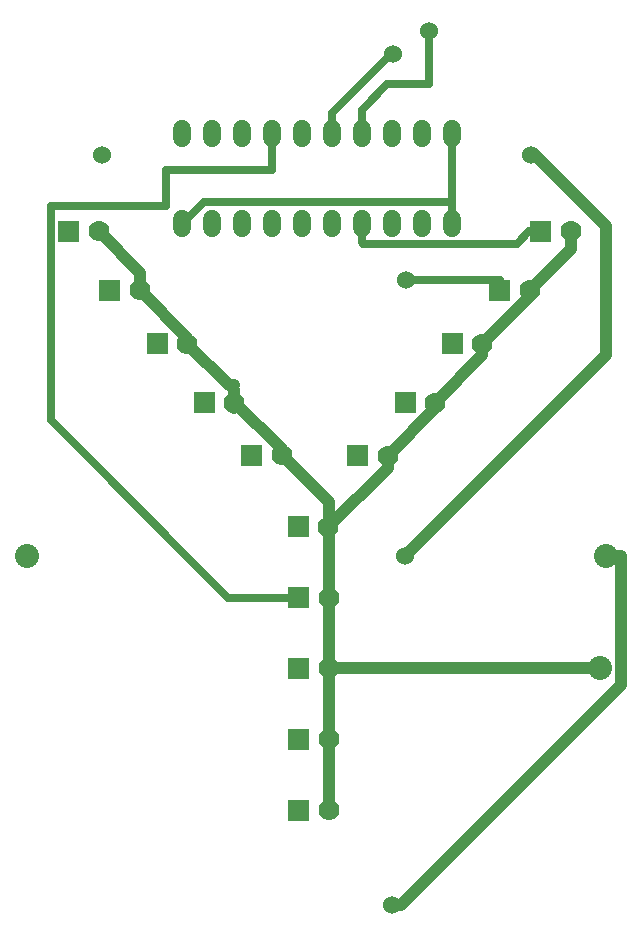
<source format=gbr>
G04 start of page 2 for group 0 idx 0 *
G04 Title: (unknown), top *
G04 Creator: pcb 20110918 *
G04 CreationDate: Fri 07 Mar 2014 07:56:38 PM GMT UTC *
G04 For: vince *
G04 Format: Gerber/RS-274X *
G04 PCB-Dimensions: 236220 354331 *
G04 PCB-Coordinate-Origin: lower left *
%MOIN*%
%FSLAX25Y25*%
%LNTOP*%
%ADD21C,0.0280*%
%ADD20C,0.0500*%
%ADD19C,0.1260*%
%ADD18C,0.2600*%
%ADD17C,0.0350*%
%ADD16C,0.0700*%
%ADD15C,0.0001*%
%ADD14C,0.0800*%
%ADD13C,0.0600*%
%ADD12C,0.0250*%
%ADD11C,0.0400*%
G54D11*X122408Y179179D02*X122520Y179067D01*
Y84646D01*
G54D12*X112520D02*Y84271D01*
Y84646D02*Y84271D01*
G54D11*X219914Y126390D02*X146674Y53150D01*
X219914Y169292D02*Y126390D01*
X214882Y169292D02*X219914D01*
X214882D02*X219914D01*
X214882D01*
X212914Y131890D02*X122520D01*
X146674Y53150D02*X143426D01*
X157915Y218623D02*Y220507D01*
X173659Y236251D01*
Y240187D01*
X189403Y255931D01*
X147915Y169339D02*X214827Y236251D01*
X189403Y255931D02*Y257899D01*
G54D12*X179403Y261399D02*Y257899D01*
Y261399D01*
Y257899D02*Y261399D01*
G54D11*X189403Y257899D02*X203179Y271675D01*
X214827Y236251D02*Y279547D01*
X191211Y303163D01*
X189827D01*
X203179Y271675D02*Y277579D01*
G54D12*X185153Y273526D02*X133801D01*
X189206Y277579D02*X185153Y273526D01*
X193179Y277579D02*X189206D01*
X179403Y261399D02*X148176D01*
G54D11*X122363Y179134D02*X142048Y198819D01*
Y202756D01*
X157915Y218623D01*
X122408Y179179D02*Y187278D01*
X107723Y201963D01*
X91003Y218683D02*Y220507D01*
X106772Y202914D02*Y204898D01*
X91003Y220667D01*
X90843Y220827D02*Y224603D01*
Y226411D02*X89035D01*
G54D12*X112520Y155512D02*X88926D01*
G54D11*X21969Y169292D02*X22016Y169339D01*
G54D12*X88926Y155512D02*X29835Y214603D01*
X68176Y285913D02*X29989D01*
X68176Y297913D02*Y285913D01*
X103426Y297913D02*X68176D01*
G54D11*X89035Y226411D02*X75259Y240187D01*
Y242155D01*
X59515Y257899D01*
Y263803D01*
X45739Y277579D01*
G54D12*X29835Y214603D02*Y285913D01*
X73426Y280276D02*X73860D01*
X81003Y287419D01*
X133426Y278776D02*Y273901D01*
X133801Y273526D01*
X123426Y316651D02*Y311776D01*
X103426Y308776D02*Y297913D01*
X81003Y287419D02*X163193D01*
X123426Y316939D02*X143106Y336619D01*
X143979D01*
X133426Y318194D02*X142011Y326779D01*
X163426Y308776D02*Y281776D01*
X163193Y287419D02*X163426Y287186D01*
X133426Y310276D02*Y318194D01*
X142011Y326779D02*X155787D01*
Y344491D01*
G54D13*X93426Y280276D03*
X103426D03*
X113426D03*
Y310276D03*
X103426D03*
X93426D03*
X83426D03*
X73426D03*
X46963Y303163D03*
G54D14*X21969Y169292D03*
G54D13*X123426Y280276D03*
X133426D03*
X143426D03*
X153426D03*
X163426D03*
Y310276D03*
X153426D03*
X143426D03*
X133426D03*
X123426D03*
X189827Y303163D03*
G54D14*X212914Y131890D03*
X214882Y169292D03*
G54D13*X143426Y53150D03*
G54D15*G36*
X109020Y159012D02*Y152012D01*
X116020D01*
Y159012D01*
X109020D01*
G37*
G54D16*X122520Y155512D03*
G54D15*G36*
X109020Y135390D02*Y128390D01*
X116020D01*
Y135390D01*
X109020D01*
G37*
G54D16*X122520Y131890D03*
G54D15*G36*
X109020Y111768D02*Y104768D01*
X116020D01*
Y111768D01*
X109020D01*
G37*
G54D16*X122520Y108268D03*
G54D15*G36*
X109020Y88146D02*Y81146D01*
X116020D01*
Y88146D01*
X109020D01*
G37*
G54D16*X122520Y84646D03*
G54D15*G36*
X108863Y182634D02*Y175634D01*
X115863D01*
Y182634D01*
X108863D01*
G37*
G36*
X93272Y206414D02*Y199414D01*
X100272D01*
Y206414D01*
X93272D01*
G37*
G54D16*X106772Y202914D03*
X91003Y220507D03*
X122363Y179134D03*
G54D15*G36*
X128548Y206256D02*Y199256D01*
X135548D01*
Y206256D01*
X128548D01*
G37*
G54D16*X142048Y202756D03*
G54D15*G36*
X144415Y224007D02*Y217007D01*
X151415D01*
Y224007D01*
X144415D01*
G37*
G54D16*X157915Y220507D03*
G54D15*G36*
X160159Y243687D02*Y236687D01*
X167159D01*
Y243687D01*
X160159D01*
G37*
G54D16*X173659Y240187D03*
G54D15*G36*
X175903Y261399D02*Y254399D01*
X182903D01*
Y261399D01*
X175903D01*
G37*
G54D16*X189403Y257899D03*
G54D15*G36*
X189679Y281079D02*Y274079D01*
X196679D01*
Y281079D01*
X189679D01*
G37*
G54D16*X203179Y277579D03*
G54D13*X73426Y280276D03*
X83426D03*
G54D15*G36*
X77503Y224007D02*Y217007D01*
X84503D01*
Y224007D01*
X77503D01*
G37*
G36*
X61759Y243687D02*Y236687D01*
X68759D01*
Y243687D01*
X61759D01*
G37*
G54D16*X75259Y240187D03*
G54D15*G36*
X46015Y261399D02*Y254399D01*
X53015D01*
Y261399D01*
X46015D01*
G37*
G54D16*X59515Y257899D03*
G54D15*G36*
X32239Y281079D02*Y274079D01*
X39239D01*
Y281079D01*
X32239D01*
G37*
G54D16*X45739Y277579D03*
G54D13*X123426Y281776D02*Y278776D01*
X133426Y281776D02*Y278776D01*
X143426Y281776D02*Y278776D01*
X153426Y281776D02*Y278776D01*
X93426Y281776D02*Y278776D01*
X103426Y281776D02*Y278776D01*
X73426Y281776D02*Y278776D01*
X83426Y281776D02*Y278776D01*
X113426Y281776D02*Y278776D01*
X163426Y281776D02*Y278776D01*
Y311776D02*Y308776D01*
X153426Y311776D02*Y308776D01*
X143426Y311776D02*Y308776D01*
X133426Y311776D02*Y308776D01*
X123426Y311776D02*Y308776D01*
X113426Y311776D02*Y308776D01*
X103426Y311776D02*Y308776D01*
X93426Y311776D02*Y308776D01*
X83426Y311776D02*Y308776D01*
X73426Y311776D02*Y308776D01*
X143979Y336619D03*
X148176Y261399D03*
X147915Y169339D03*
X155787Y344491D03*
G54D17*G54D18*G54D19*G54D20*G54D17*G54D18*G54D20*G54D17*G54D18*G54D21*G54D19*G54D21*G54D17*G54D21*M02*

</source>
